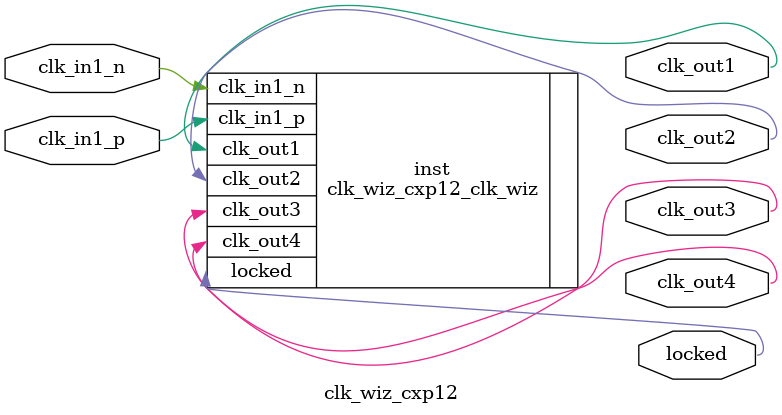
<source format=v>


`timescale 1ps/1ps

(* CORE_GENERATION_INFO = "clk_wiz_cxp12,clk_wiz_v6_0_11_0_0,{component_name=clk_wiz_cxp12,use_phase_alignment=true,use_min_o_jitter=false,use_max_i_jitter=false,use_dyn_phase_shift=false,use_inclk_switchover=false,use_dyn_reconfig=false,enable_axi=0,feedback_source=FDBK_AUTO,PRIMITIVE=MMCM,num_out_clk=4,clkin1_period=8.000,clkin2_period=10.000,use_power_down=false,use_reset=false,use_locked=true,use_inclk_stopped=false,feedback_type=SINGLE,CLOCK_MGR_TYPE=NA,manual_override=false}" *)

module clk_wiz_cxp12 
 (
  // Clock out ports
  output        clk_out1,
  output        clk_out2,
  output        clk_out3,
  output        clk_out4,
  // Status and control signals
  output        locked,
 // Clock in ports
  input         clk_in1_p,
  input         clk_in1_n
 );

  clk_wiz_cxp12_clk_wiz inst
  (
  // Clock out ports  
  .clk_out1(clk_out1),
  .clk_out2(clk_out2),
  .clk_out3(clk_out3),
  .clk_out4(clk_out4),
  // Status and control signals               
  .locked(locked),
 // Clock in ports
  .clk_in1_p(clk_in1_p),
  .clk_in1_n(clk_in1_n)
  );

endmodule

</source>
